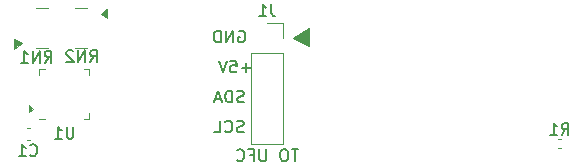
<source format=gbr>
G04 #@! TF.GenerationSoftware,KiCad,Pcbnew,(5.1.9)-1*
G04 #@! TF.CreationDate,2022-08-26T16:10:25-06:00*
G04 #@! TF.ProjectId,ufc_v5_ap,7566635f-7635-45f6-9170-2e6b69636164,rev?*
G04 #@! TF.SameCoordinates,Original*
G04 #@! TF.FileFunction,Legend,Bot*
G04 #@! TF.FilePolarity,Positive*
%FSLAX46Y46*%
G04 Gerber Fmt 4.6, Leading zero omitted, Abs format (unit mm)*
G04 Created by KiCad (PCBNEW (5.1.9)-1) date 2022-08-26 16:10:25*
%MOMM*%
%LPD*%
G01*
G04 APERTURE LIST*
%ADD10C,0.150000*%
%ADD11C,0.100000*%
%ADD12C,0.120000*%
G04 APERTURE END LIST*
D10*
X172205974Y-94316159D02*
X172063117Y-94363778D01*
X171825021Y-94363778D01*
X171729783Y-94316159D01*
X171682164Y-94268540D01*
X171634545Y-94173302D01*
X171634545Y-94078064D01*
X171682164Y-93982826D01*
X171729783Y-93935207D01*
X171825021Y-93887588D01*
X172015498Y-93839969D01*
X172110736Y-93792350D01*
X172158355Y-93744731D01*
X172205974Y-93649493D01*
X172205974Y-93554255D01*
X172158355Y-93459017D01*
X172110736Y-93411398D01*
X172015498Y-93363778D01*
X171777402Y-93363778D01*
X171634545Y-93411398D01*
X170634545Y-94268540D02*
X170682164Y-94316159D01*
X170825021Y-94363778D01*
X170920259Y-94363778D01*
X171063117Y-94316159D01*
X171158355Y-94220921D01*
X171205974Y-94125683D01*
X171253593Y-93935207D01*
X171253593Y-93792350D01*
X171205974Y-93601874D01*
X171158355Y-93506636D01*
X171063117Y-93411398D01*
X170920259Y-93363778D01*
X170825021Y-93363778D01*
X170682164Y-93411398D01*
X170634545Y-93459017D01*
X169729783Y-94363778D02*
X170205974Y-94363778D01*
X170205974Y-93363778D01*
X172229783Y-91776159D02*
X172086926Y-91823778D01*
X171848831Y-91823778D01*
X171753593Y-91776159D01*
X171705974Y-91728540D01*
X171658355Y-91633302D01*
X171658355Y-91538064D01*
X171705974Y-91442826D01*
X171753593Y-91395207D01*
X171848831Y-91347588D01*
X172039307Y-91299969D01*
X172134545Y-91252350D01*
X172182164Y-91204731D01*
X172229783Y-91109493D01*
X172229783Y-91014255D01*
X172182164Y-90919017D01*
X172134545Y-90871398D01*
X172039307Y-90823778D01*
X171801212Y-90823778D01*
X171658355Y-90871398D01*
X171229783Y-91823778D02*
X171229783Y-90823778D01*
X170991688Y-90823778D01*
X170848831Y-90871398D01*
X170753593Y-90966636D01*
X170705974Y-91061874D01*
X170658355Y-91252350D01*
X170658355Y-91395207D01*
X170705974Y-91585683D01*
X170753593Y-91680921D01*
X170848831Y-91776159D01*
X170991688Y-91823778D01*
X171229783Y-91823778D01*
X170277402Y-91538064D02*
X169801212Y-91538064D01*
X170372640Y-91823778D02*
X170039307Y-90823778D01*
X169705974Y-91823778D01*
X172809212Y-88902826D02*
X172047307Y-88902826D01*
X172428259Y-89283778D02*
X172428259Y-88521874D01*
X171094926Y-88283778D02*
X171571117Y-88283778D01*
X171618736Y-88759969D01*
X171571117Y-88712350D01*
X171475878Y-88664731D01*
X171237783Y-88664731D01*
X171142545Y-88712350D01*
X171094926Y-88759969D01*
X171047307Y-88855207D01*
X171047307Y-89093302D01*
X171094926Y-89188540D01*
X171142545Y-89236159D01*
X171237783Y-89283778D01*
X171475878Y-89283778D01*
X171571117Y-89236159D01*
X171618736Y-89188540D01*
X170761593Y-88283778D02*
X170428259Y-89283778D01*
X170094926Y-88283778D01*
X171777402Y-85791398D02*
X171872640Y-85743778D01*
X172015498Y-85743778D01*
X172158355Y-85791398D01*
X172253593Y-85886636D01*
X172301212Y-85981874D01*
X172348831Y-86172350D01*
X172348831Y-86315207D01*
X172301212Y-86505683D01*
X172253593Y-86600921D01*
X172158355Y-86696159D01*
X172015498Y-86743778D01*
X171920259Y-86743778D01*
X171777402Y-86696159D01*
X171729783Y-86648540D01*
X171729783Y-86315207D01*
X171920259Y-86315207D01*
X171301212Y-86743778D02*
X171301212Y-85743778D01*
X170729783Y-86743778D01*
X170729783Y-85743778D01*
X170253593Y-86743778D02*
X170253593Y-85743778D01*
X170015498Y-85743778D01*
X169872640Y-85791398D01*
X169777402Y-85886636D01*
X169729783Y-85981874D01*
X169682164Y-86172350D01*
X169682164Y-86315207D01*
X169729783Y-86505683D01*
X169777402Y-86600921D01*
X169872640Y-86696159D01*
X170015498Y-86743778D01*
X170253593Y-86743778D01*
D11*
G36*
X177705498Y-87071398D02*
G01*
X176405498Y-86371398D01*
X177705498Y-85521398D01*
X177705498Y-87071398D01*
G37*
X177705498Y-87071398D02*
X176405498Y-86371398D01*
X177705498Y-85521398D01*
X177705498Y-87071398D01*
G36*
X160605498Y-84721398D02*
G01*
X160105498Y-84371398D01*
X160605498Y-83921398D01*
X160605498Y-84721398D01*
G37*
X160605498Y-84721398D02*
X160105498Y-84371398D01*
X160605498Y-83921398D01*
X160605498Y-84721398D01*
G36*
X153455498Y-86771398D02*
G01*
X152805498Y-87271398D01*
X152805498Y-86421398D01*
X153455498Y-86771398D01*
G37*
X153455498Y-86771398D02*
X152805498Y-87271398D01*
X152805498Y-86421398D01*
X153455498Y-86771398D01*
G36*
X154355498Y-92371398D02*
G01*
X154055498Y-92671398D01*
X154055498Y-92071398D01*
X154355498Y-92371398D01*
G37*
X154355498Y-92371398D02*
X154055498Y-92671398D01*
X154055498Y-92071398D01*
X154355498Y-92371398D01*
D12*
X157922178Y-87207718D02*
X158922178Y-87207718D01*
X157922178Y-83847718D02*
X158922178Y-83847718D01*
X155635418Y-83852798D02*
X154635418Y-83852798D01*
X155635418Y-87212798D02*
X154635418Y-87212798D01*
X158665258Y-93220638D02*
X159140258Y-93220638D01*
X159140258Y-93220638D02*
X159140258Y-92745638D01*
X155395258Y-89000638D02*
X154920258Y-89000638D01*
X154920258Y-89000638D02*
X154920258Y-89475638D01*
X158665258Y-89000638D02*
X159140258Y-89000638D01*
X159140258Y-89000638D02*
X159140258Y-89475638D01*
X155395258Y-93220638D02*
X154920258Y-93220638D01*
X199109139Y-94906398D02*
X198801857Y-94906398D01*
X199109139Y-95666398D02*
X198801857Y-95666398D01*
X175520498Y-95346398D02*
X172860498Y-95346398D01*
X175520498Y-87666398D02*
X175520498Y-95346398D01*
X172860498Y-87666398D02*
X172860498Y-95346398D01*
X175520498Y-87666398D02*
X172860498Y-87666398D01*
X175520498Y-86396398D02*
X175520498Y-85066398D01*
X175520498Y-85066398D02*
X174190498Y-85066398D01*
X154148238Y-93978838D02*
X153867078Y-93978838D01*
X154148238Y-94998838D02*
X153867078Y-94998838D01*
D10*
X159199014Y-88413418D02*
X159532347Y-87937228D01*
X159770442Y-88413418D02*
X159770442Y-87413418D01*
X159389490Y-87413418D01*
X159294252Y-87461038D01*
X159246633Y-87508657D01*
X159199014Y-87603895D01*
X159199014Y-87746752D01*
X159246633Y-87841990D01*
X159294252Y-87889609D01*
X159389490Y-87937228D01*
X159770442Y-87937228D01*
X158770442Y-88413418D02*
X158770442Y-87413418D01*
X158199014Y-88413418D01*
X158199014Y-87413418D01*
X157770442Y-87508657D02*
X157722823Y-87461038D01*
X157627585Y-87413418D01*
X157389490Y-87413418D01*
X157294252Y-87461038D01*
X157246633Y-87508657D01*
X157199014Y-87603895D01*
X157199014Y-87699133D01*
X157246633Y-87841990D01*
X157818061Y-88413418D01*
X157199014Y-88413418D01*
X155353454Y-88454058D02*
X155686787Y-87977868D01*
X155924882Y-88454058D02*
X155924882Y-87454058D01*
X155543930Y-87454058D01*
X155448692Y-87501678D01*
X155401073Y-87549297D01*
X155353454Y-87644535D01*
X155353454Y-87787392D01*
X155401073Y-87882630D01*
X155448692Y-87930249D01*
X155543930Y-87977868D01*
X155924882Y-87977868D01*
X154924882Y-88454058D02*
X154924882Y-87454058D01*
X154353454Y-88454058D01*
X154353454Y-87454058D01*
X153353454Y-88454058D02*
X153924882Y-88454058D01*
X153639168Y-88454058D02*
X153639168Y-87454058D01*
X153734406Y-87596916D01*
X153829644Y-87692154D01*
X153924882Y-87739773D01*
X157792162Y-93883018D02*
X157792162Y-94692542D01*
X157744543Y-94787780D01*
X157696924Y-94835399D01*
X157601686Y-94883018D01*
X157411210Y-94883018D01*
X157315972Y-94835399D01*
X157268353Y-94787780D01*
X157220734Y-94692542D01*
X157220734Y-93883018D01*
X156220734Y-94883018D02*
X156792162Y-94883018D01*
X156506448Y-94883018D02*
X156506448Y-93883018D01*
X156601686Y-94025876D01*
X156696924Y-94121114D01*
X156792162Y-94168733D01*
X199122164Y-94568778D02*
X199455498Y-94092588D01*
X199693593Y-94568778D02*
X199693593Y-93568778D01*
X199312640Y-93568778D01*
X199217402Y-93616398D01*
X199169783Y-93664017D01*
X199122164Y-93759255D01*
X199122164Y-93902112D01*
X199169783Y-93997350D01*
X199217402Y-94044969D01*
X199312640Y-94092588D01*
X199693593Y-94092588D01*
X198169783Y-94568778D02*
X198741212Y-94568778D01*
X198455498Y-94568778D02*
X198455498Y-93568778D01*
X198550736Y-93711636D01*
X198645974Y-93806874D01*
X198741212Y-93854493D01*
X174523831Y-83518778D02*
X174523831Y-84233064D01*
X174571450Y-84375921D01*
X174666688Y-84471159D01*
X174809545Y-84518778D01*
X174904783Y-84518778D01*
X173523831Y-84518778D02*
X174095259Y-84518778D01*
X173809545Y-84518778D02*
X173809545Y-83518778D01*
X173904783Y-83661636D01*
X174000021Y-83756874D01*
X174095259Y-83804493D01*
X176833355Y-95798778D02*
X176261926Y-95798778D01*
X176547640Y-96798778D02*
X176547640Y-95798778D01*
X175738117Y-95798778D02*
X175547640Y-95798778D01*
X175452402Y-95846398D01*
X175357164Y-95941636D01*
X175309545Y-96132112D01*
X175309545Y-96465445D01*
X175357164Y-96655921D01*
X175452402Y-96751159D01*
X175547640Y-96798778D01*
X175738117Y-96798778D01*
X175833355Y-96751159D01*
X175928593Y-96655921D01*
X175976212Y-96465445D01*
X175976212Y-96132112D01*
X175928593Y-95941636D01*
X175833355Y-95846398D01*
X175738117Y-95798778D01*
X174119069Y-95798778D02*
X174119069Y-96608302D01*
X174071450Y-96703540D01*
X174023831Y-96751159D01*
X173928593Y-96798778D01*
X173738117Y-96798778D01*
X173642878Y-96751159D01*
X173595259Y-96703540D01*
X173547640Y-96608302D01*
X173547640Y-95798778D01*
X172738117Y-96274969D02*
X173071450Y-96274969D01*
X173071450Y-96798778D02*
X173071450Y-95798778D01*
X172595259Y-95798778D01*
X171642878Y-96703540D02*
X171690498Y-96751159D01*
X171833355Y-96798778D01*
X171928593Y-96798778D01*
X172071450Y-96751159D01*
X172166688Y-96655921D01*
X172214307Y-96560683D01*
X172261926Y-96370207D01*
X172261926Y-96227350D01*
X172214307Y-96036874D01*
X172166688Y-95941636D01*
X172071450Y-95846398D01*
X171928593Y-95798778D01*
X171833355Y-95798778D01*
X171690498Y-95846398D01*
X171642878Y-95894017D01*
X154122164Y-96278540D02*
X154169783Y-96326159D01*
X154312640Y-96373778D01*
X154407878Y-96373778D01*
X154550736Y-96326159D01*
X154645974Y-96230921D01*
X154693593Y-96135683D01*
X154741212Y-95945207D01*
X154741212Y-95802350D01*
X154693593Y-95611874D01*
X154645974Y-95516636D01*
X154550736Y-95421398D01*
X154407878Y-95373778D01*
X154312640Y-95373778D01*
X154169783Y-95421398D01*
X154122164Y-95469017D01*
X153169783Y-96373778D02*
X153741212Y-96373778D01*
X153455498Y-96373778D02*
X153455498Y-95373778D01*
X153550736Y-95516636D01*
X153645974Y-95611874D01*
X153741212Y-95659493D01*
M02*

</source>
